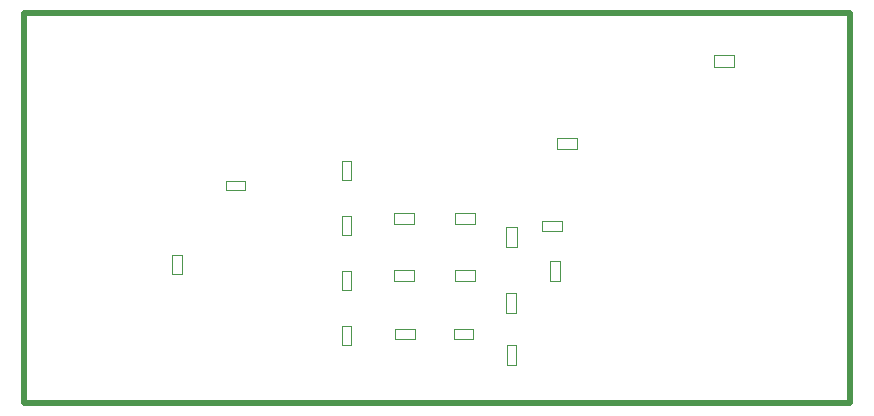
<source format=gm1>
G04*
G04 #@! TF.GenerationSoftware,Altium Limited,Altium Designer,20.0.13 (296)*
G04*
G04 Layer_Color=16711935*
%FSLAX24Y24*%
%MOIN*%
G70*
G01*
G75*
%ADD25C,0.0200*%
%ADD26C,0.0039*%
D25*
X27550Y0D02*
Y13000D01*
X0D02*
X27550D01*
X0Y0D02*
Y13000D01*
Y0D02*
X100D01*
X0D02*
X200D01*
X0D02*
X27550D01*
Y13000D01*
X0D02*
X27550D01*
X0Y0D02*
Y13000D01*
Y0D02*
X100D01*
X0D02*
X200D01*
X0D02*
X27550D01*
D26*
X10910Y1935D02*
Y2575D01*
X10590Y1935D02*
Y2575D01*
X10910D01*
X10590Y1935D02*
X10910D01*
Y7435D02*
Y8075D01*
X10590Y7435D02*
Y8075D01*
X10910D01*
X10590Y7435D02*
X10910D01*
Y3768D02*
Y4408D01*
X10590Y3768D02*
Y4408D01*
X10910D01*
X10590Y3768D02*
X10910D01*
X6735Y7090D02*
X7375D01*
X6735Y7410D02*
X7375D01*
Y7090D02*
Y7410D01*
X6735Y7090D02*
Y7410D01*
X10910Y5602D02*
Y6241D01*
X10590Y5602D02*
Y6241D01*
X10910D01*
X10590Y5602D02*
X10910D01*
X14365Y5963D02*
X15035D01*
X14365Y6337D02*
X15035D01*
Y5963D02*
Y6337D01*
X14365Y5963D02*
Y6337D01*
X12324Y5958D02*
X12994D01*
X12324Y6332D02*
X12994D01*
Y5958D02*
Y6332D01*
X12324Y5958D02*
Y6332D01*
Y4061D02*
X12994D01*
X12324Y4435D02*
X12994D01*
Y4061D02*
Y4435D01*
X12324Y4061D02*
Y4435D01*
X14365Y4066D02*
X15035D01*
X14365Y4440D02*
X15035D01*
Y4066D02*
Y4440D01*
X14365Y4066D02*
Y4440D01*
X5260Y4300D02*
Y4940D01*
X4940Y4300D02*
Y4940D01*
X5260D01*
X4940Y4300D02*
X5260D01*
X17765Y8837D02*
X18435D01*
X17765Y8463D02*
X18435D01*
X17765D02*
Y8837D01*
X18435Y8463D02*
Y8837D01*
X16437Y5215D02*
Y5885D01*
X16063Y5215D02*
Y5885D01*
X16437D01*
X16063Y5215D02*
X16437D01*
X23015Y11213D02*
X23685D01*
X23015Y11587D02*
X23685D01*
Y11213D02*
Y11587D01*
X23015Y11213D02*
Y11587D01*
X17860Y4085D02*
Y4725D01*
X17540Y4085D02*
Y4725D01*
X17860D01*
X17540Y4085D02*
X17860D01*
X16410Y1285D02*
Y1925D01*
X16090Y1285D02*
Y1925D01*
X16410D01*
X16090Y1285D02*
X16410D01*
X14325Y2460D02*
X14965D01*
X14325Y2140D02*
X14965D01*
X14325D02*
Y2460D01*
X14965Y2140D02*
Y2460D01*
X16406Y3014D02*
Y3654D01*
X16086Y3014D02*
Y3654D01*
X16406D01*
X16086Y3014D02*
X16406D01*
X17285Y5740D02*
X17925D01*
X17285Y6060D02*
X17925D01*
Y5740D02*
Y6060D01*
X17285Y5740D02*
Y6060D01*
X12385Y2140D02*
X13025D01*
X12385Y2460D02*
X13025D01*
Y2140D02*
Y2460D01*
X12385Y2140D02*
Y2460D01*
M02*

</source>
